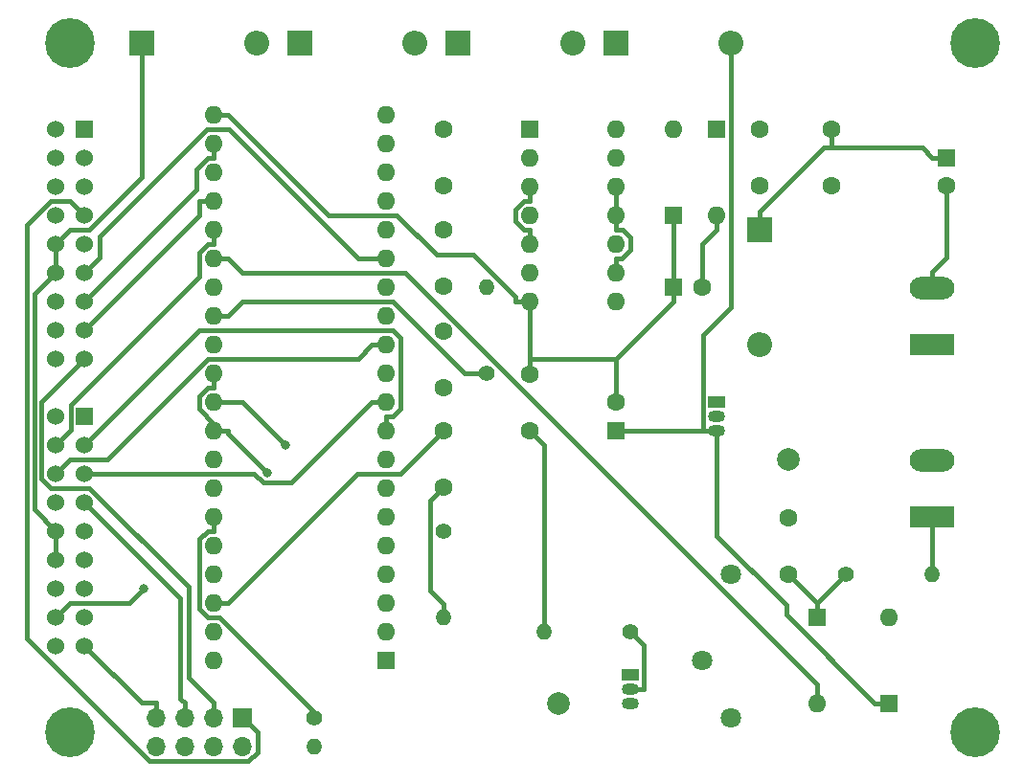
<source format=gbr>
%TF.GenerationSoftware,KiCad,Pcbnew,5.1.6-c6e7f7d~86~ubuntu18.04.1*%
%TF.CreationDate,2020-07-05T08:45:31+02:00*%
%TF.ProjectId,ICL7107,49434c37-3130-4372-9e6b-696361645f70,1.5*%
%TF.SameCoordinates,PX525bfc0PY7a53eb0*%
%TF.FileFunction,Copper,L2,Bot*%
%TF.FilePolarity,Positive*%
%FSLAX46Y46*%
G04 Gerber Fmt 4.6, Leading zero omitted, Abs format (unit mm)*
G04 Created by KiCad (PCBNEW 5.1.6-c6e7f7d~86~ubuntu18.04.1) date 2020-07-05 08:45:31*
%MOMM*%
%LPD*%
G01*
G04 APERTURE LIST*
%TA.AperFunction,ComponentPad*%
%ADD10O,1.600000X1.600000*%
%TD*%
%TA.AperFunction,ComponentPad*%
%ADD11R,1.600000X1.600000*%
%TD*%
%TA.AperFunction,ComponentPad*%
%ADD12C,1.524000*%
%TD*%
%TA.AperFunction,ComponentPad*%
%ADD13R,1.524000X1.524000*%
%TD*%
%TA.AperFunction,ComponentPad*%
%ADD14O,1.400000X1.400000*%
%TD*%
%TA.AperFunction,ComponentPad*%
%ADD15C,1.400000*%
%TD*%
%TA.AperFunction,ComponentPad*%
%ADD16C,1.600000*%
%TD*%
%TA.AperFunction,ComponentPad*%
%ADD17O,2.200000X2.200000*%
%TD*%
%TA.AperFunction,ComponentPad*%
%ADD18R,2.200000X2.200000*%
%TD*%
%TA.AperFunction,ComponentPad*%
%ADD19R,3.960000X1.980000*%
%TD*%
%TA.AperFunction,ComponentPad*%
%ADD20O,3.960000X1.980000*%
%TD*%
%TA.AperFunction,ComponentPad*%
%ADD21R,1.700000X1.700000*%
%TD*%
%TA.AperFunction,ComponentPad*%
%ADD22O,1.700000X1.700000*%
%TD*%
%TA.AperFunction,ComponentPad*%
%ADD23C,4.400000*%
%TD*%
%TA.AperFunction,ComponentPad*%
%ADD24C,1.800000*%
%TD*%
%TA.AperFunction,ComponentPad*%
%ADD25C,2.000000*%
%TD*%
%TA.AperFunction,ComponentPad*%
%ADD26O,1.500000X1.050000*%
%TD*%
%TA.AperFunction,ComponentPad*%
%ADD27R,1.500000X1.050000*%
%TD*%
%TA.AperFunction,ViaPad*%
%ADD28C,0.800000*%
%TD*%
%TA.AperFunction,Conductor*%
%ADD29C,0.400000*%
%TD*%
G04 APERTURE END LIST*
D10*
%TO.P,D2,2*%
%TO.N,/V-*%
X71120000Y6350000D03*
D11*
%TO.P,D2,1*%
%TO.N,Net-(C3-Pad1)*%
X71120000Y13970000D03*
%TD*%
D10*
%TO.P,D1,2*%
%TO.N,Net-(C3-Pad1)*%
X77470000Y13970000D03*
D11*
%TO.P,D1,1*%
%TO.N,/V+*%
X77470000Y6350000D03*
%TD*%
D12*
%TO.P,D3,36*%
%TO.N,Net-(D3-Pad36)*%
X3810000Y31750000D03*
%TO.P,D3,35*%
%TO.N,Net-(D3-Pad35)*%
X3810000Y29210000D03*
%TO.P,D3,34*%
%TO.N,Net-(D3-Pad34)*%
X3810000Y26670000D03*
%TO.P,D3,33*%
%TO.N,Net-(D3-Pad33)*%
X3810000Y24130000D03*
%TO.P,D3,32*%
%TO.N,Net-(D3-Pad13)*%
X3810000Y21590000D03*
%TO.P,D3,31*%
X3810000Y19050000D03*
%TO.P,D3,30*%
%TO.N,Net-(D3-Pad30)*%
X3810000Y16510000D03*
%TO.P,D3,29*%
%TO.N,Net-(D3-Pad29)*%
X3810000Y13970000D03*
%TO.P,D3,28*%
%TO.N,Net-(D3-Pad28)*%
X3810000Y11430000D03*
%TO.P,D3,27*%
%TO.N,/DP1*%
X6350000Y11430000D03*
%TO.P,D3,26*%
%TO.N,Net-(D3-Pad26)*%
X6350000Y13970000D03*
%TO.P,D3,25*%
%TO.N,Net-(D3-Pad25)*%
X6350000Y16510000D03*
%TO.P,D3,24*%
%TO.N,Net-(D3-Pad24)*%
X6350000Y19050000D03*
%TO.P,D3,23*%
%TO.N,Net-(D3-Pad23)*%
X6350000Y21590000D03*
%TO.P,D3,22*%
%TO.N,/DP2*%
X6350000Y24130000D03*
%TO.P,D3,21*%
%TO.N,Net-(D3-Pad21)*%
X6350000Y26670000D03*
%TO.P,D3,20*%
%TO.N,Net-(D3-Pad20)*%
X6350000Y29210000D03*
D13*
%TO.P,D3,19*%
%TO.N,Net-(D3-Pad19)*%
X6350000Y31750000D03*
D12*
%TO.P,D3,18*%
%TO.N,Net-(D3-Pad18)*%
X3810000Y57150000D03*
%TO.P,D3,17*%
%TO.N,Net-(D3-Pad17)*%
X3810000Y54610000D03*
%TO.P,D3,16*%
%TO.N,Net-(D3-Pad16)*%
X3810000Y52070000D03*
%TO.P,D3,15*%
%TO.N,Net-(D3-Pad15)*%
X3810000Y49530000D03*
%TO.P,D3,14*%
%TO.N,Net-(D3-Pad13)*%
X3810000Y46990000D03*
%TO.P,D3,13*%
X3810000Y44450000D03*
%TO.P,D3,12*%
%TO.N,Net-(D3-Pad12)*%
X3810000Y41910000D03*
%TO.P,D3,11*%
%TO.N,Net-(D3-Pad11)*%
X3810000Y39370000D03*
%TO.P,D3,10*%
%TO.N,Net-(D3-Pad10)*%
X3810000Y36830000D03*
%TO.P,D3,9*%
%TO.N,/DP3*%
X6350000Y36830000D03*
%TO.P,D3,8*%
%TO.N,Net-(D3-Pad8)*%
X6350000Y39370000D03*
%TO.P,D3,7*%
%TO.N,Net-(D3-Pad7)*%
X6350000Y41910000D03*
%TO.P,D3,6*%
%TO.N,Net-(D3-Pad6)*%
X6350000Y44450000D03*
%TO.P,D3,5*%
%TO.N,Net-(D3-Pad5)*%
X6350000Y46990000D03*
%TO.P,D3,4*%
%TO.N,/DP4*%
X6350000Y49530000D03*
%TO.P,D3,3*%
%TO.N,Net-(D3-Pad15)*%
X6350000Y52070000D03*
%TO.P,D3,2*%
%TO.N,Net-(D3-Pad2)*%
X6350000Y54610000D03*
D13*
%TO.P,D3,1*%
%TO.N,Net-(D3-Pad1)*%
X6350000Y57150000D03*
%TD*%
D14*
%TO.P,R5,2*%
%TO.N,Net-(J2-Pad2)*%
X26670000Y2540000D03*
D15*
%TO.P,R5,1*%
%TO.N,GND*%
X26670000Y5080000D03*
%TD*%
D16*
%TO.P,C1,1*%
%TO.N,/OSC3*%
X38100000Y30480000D03*
%TO.P,C1,2*%
%TO.N,Net-(C1-Pad2)*%
X38100000Y25480000D03*
%TD*%
%TO.P,C2,2*%
%TO.N,Net-(C2-Pad2)*%
X38100000Y43260000D03*
%TO.P,C2,1*%
%TO.N,Net-(C2-Pad1)*%
X38100000Y48260000D03*
%TD*%
%TO.P,C3,1*%
%TO.N,Net-(C3-Pad1)*%
X68580000Y17780000D03*
%TO.P,C3,2*%
%TO.N,GND*%
X68580000Y22780000D03*
%TD*%
%TO.P,C4,1*%
%TO.N,Net-(C4-Pad1)*%
X38100000Y57150000D03*
%TO.P,C4,2*%
%TO.N,Net-(C2-Pad2)*%
X38100000Y52150000D03*
%TD*%
%TO.P,C5,1*%
%TO.N,Net-(C5-Pad1)*%
X38100000Y34290000D03*
%TO.P,C5,2*%
%TO.N,Net-(C5-Pad2)*%
X38100000Y39290000D03*
%TD*%
D11*
%TO.P,C6,1*%
%TO.N,Net-(C6-Pad1)*%
X82550000Y54610000D03*
D16*
%TO.P,C6,2*%
%TO.N,GND*%
X82550000Y52110000D03*
%TD*%
%TO.P,C7,1*%
%TO.N,Net-(C6-Pad1)*%
X72390000Y57150000D03*
%TO.P,C7,2*%
%TO.N,GND*%
X72390000Y52150000D03*
%TD*%
D11*
%TO.P,C8,1*%
%TO.N,/V+*%
X53340000Y30480000D03*
D16*
%TO.P,C8,2*%
%TO.N,GND*%
X53340000Y32980000D03*
%TD*%
%TO.P,C9,2*%
%TO.N,GND*%
X45720000Y35480000D03*
%TO.P,C9,1*%
%TO.N,/V+*%
X45720000Y30480000D03*
%TD*%
%TO.P,C10,2*%
%TO.N,Net-(C10-Pad2)*%
X66040000Y52150000D03*
%TO.P,C10,1*%
%TO.N,Net-(C10-Pad1)*%
X66040000Y57150000D03*
%TD*%
%TO.P,C11,2*%
%TO.N,/negative voltage converter/V-*%
X60920000Y43180000D03*
D11*
%TO.P,C11,1*%
%TO.N,GND*%
X58420000Y43180000D03*
%TD*%
D17*
%TO.P,D4,2*%
%TO.N,Net-(D4-Pad2)*%
X66040000Y38100000D03*
D18*
%TO.P,D4,1*%
%TO.N,Net-(C6-Pad1)*%
X66040000Y48260000D03*
%TD*%
D17*
%TO.P,D5,2*%
%TO.N,Net-(D5-Pad2)*%
X21590000Y64770000D03*
D18*
%TO.P,D5,1*%
%TO.N,Net-(D3-Pad13)*%
X11430000Y64770000D03*
%TD*%
%TO.P,D6,1*%
%TO.N,Net-(D5-Pad2)*%
X25400000Y64770000D03*
D17*
%TO.P,D6,2*%
%TO.N,Net-(D6-Pad2)*%
X35560000Y64770000D03*
%TD*%
D18*
%TO.P,D7,1*%
%TO.N,Net-(D6-Pad2)*%
X39370000Y64770000D03*
D17*
%TO.P,D7,2*%
%TO.N,Net-(D7-Pad2)*%
X49530000Y64770000D03*
%TD*%
D18*
%TO.P,D8,1*%
%TO.N,Net-(D7-Pad2)*%
X53340000Y64770000D03*
D17*
%TO.P,D8,2*%
%TO.N,/V+*%
X63500000Y64770000D03*
%TD*%
D10*
%TO.P,D9,2*%
%TO.N,Net-(C10-Pad1)*%
X58420000Y57150000D03*
D11*
%TO.P,D9,1*%
%TO.N,GND*%
X58420000Y49530000D03*
%TD*%
%TO.P,D10,1*%
%TO.N,Net-(C10-Pad1)*%
X62230000Y57150000D03*
D10*
%TO.P,D10,2*%
%TO.N,/negative voltage converter/V-*%
X62230000Y49530000D03*
%TD*%
D19*
%TO.P,J1,1*%
%TO.N,Net-(D4-Pad2)*%
X81280000Y38100000D03*
D20*
%TO.P,J1,2*%
%TO.N,GND*%
X81280000Y43100000D03*
%TD*%
D21*
%TO.P,J2,1*%
%TO.N,/DP4*%
X20320000Y5080000D03*
D22*
%TO.P,J2,2*%
%TO.N,Net-(J2-Pad2)*%
X20320000Y2540000D03*
%TO.P,J2,3*%
%TO.N,/DP3*%
X17780000Y5080000D03*
%TO.P,J2,4*%
%TO.N,Net-(J2-Pad2)*%
X17780000Y2540000D03*
%TO.P,J2,5*%
%TO.N,/DP2*%
X15240000Y5080000D03*
%TO.P,J2,6*%
%TO.N,Net-(J2-Pad2)*%
X15240000Y2540000D03*
%TO.P,J2,7*%
%TO.N,/DP1*%
X12700000Y5080000D03*
%TO.P,J2,8*%
%TO.N,Net-(J2-Pad2)*%
X12700000Y2540000D03*
%TD*%
D20*
%TO.P,J3,2*%
%TO.N,GND*%
X81280000Y27860000D03*
D19*
%TO.P,J3,1*%
%TO.N,/IN+*%
X81280000Y22860000D03*
%TD*%
D23*
%TO.P,M1,1*%
%TO.N,Net-(M1-Pad1)*%
X5080000Y64770000D03*
%TD*%
%TO.P,M2,1*%
%TO.N,Net-(M2-Pad1)*%
X85090000Y64770000D03*
%TD*%
%TO.P,M3,1*%
%TO.N,Net-(M3-Pad1)*%
X85090000Y3810000D03*
%TD*%
%TO.P,M4,1*%
%TO.N,Net-(M4-Pad1)*%
X5080000Y3810000D03*
%TD*%
D15*
%TO.P,R2,1*%
%TO.N,Net-(R2-Pad1)*%
X54610000Y12700000D03*
D14*
%TO.P,R2,2*%
%TO.N,/V+*%
X46990000Y12700000D03*
%TD*%
D15*
%TO.P,R1,1*%
%TO.N,Net-(C3-Pad1)*%
X73660000Y17780000D03*
D14*
%TO.P,R1,2*%
%TO.N,/IN+*%
X81280000Y17780000D03*
%TD*%
D15*
%TO.P,R3,1*%
%TO.N,Net-(R3-Pad1)*%
X38100000Y21590000D03*
D14*
%TO.P,R3,2*%
%TO.N,Net-(C1-Pad2)*%
X38100000Y13970000D03*
%TD*%
%TO.P,R4,2*%
%TO.N,Net-(C2-Pad2)*%
X41910000Y43180000D03*
D15*
%TO.P,R4,1*%
%TO.N,Net-(R4-Pad1)*%
X41910000Y35560000D03*
%TD*%
D24*
%TO.P,RV1,1*%
%TO.N,Net-(R2-Pad1)*%
X63500000Y17780000D03*
%TO.P,RV1,2*%
%TO.N,GND*%
X60960000Y10160000D03*
%TO.P,RV1,3*%
%TO.N,Net-(RV1-Pad3)*%
X63500000Y5080000D03*
%TD*%
D25*
%TO.P,TP1,1*%
%TO.N,Net-(RV1-Pad3)*%
X48260000Y6350000D03*
%TD*%
%TO.P,TP2,1*%
%TO.N,GND*%
X68580000Y27940000D03*
%TD*%
D26*
%TO.P,U1,2*%
%TO.N,Net-(R2-Pad1)*%
X54610000Y7620000D03*
%TO.P,U1,3*%
%TO.N,Net-(RV1-Pad3)*%
X54610000Y6350000D03*
D27*
%TO.P,U1,1*%
%TO.N,N/C*%
X54610000Y8890000D03*
%TD*%
D11*
%TO.P,U2,1*%
%TO.N,/V+*%
X33020000Y10160000D03*
D10*
%TO.P,U2,21*%
%TO.N,GND*%
X17780000Y58420000D03*
%TO.P,U2,2*%
%TO.N,Net-(D3-Pad24)*%
X33020000Y12700000D03*
%TO.P,U2,22*%
%TO.N,Net-(D3-Pad7)*%
X17780000Y55880000D03*
%TO.P,U2,3*%
%TO.N,Net-(D3-Pad26)*%
X33020000Y15240000D03*
%TO.P,U2,23*%
%TO.N,Net-(D3-Pad11)*%
X17780000Y53340000D03*
%TO.P,U2,4*%
%TO.N,Net-(D3-Pad28)*%
X33020000Y17780000D03*
%TO.P,U2,24*%
%TO.N,Net-(D3-Pad8)*%
X17780000Y50800000D03*
%TO.P,U2,5*%
%TO.N,Net-(D3-Pad29)*%
X33020000Y20320000D03*
%TO.P,U2,25*%
%TO.N,Net-(D3-Pad35)*%
X17780000Y48260000D03*
%TO.P,U2,6*%
%TO.N,Net-(D3-Pad30)*%
X33020000Y22860000D03*
%TO.P,U2,26*%
%TO.N,/V-*%
X17780000Y45720000D03*
%TO.P,U2,7*%
%TO.N,Net-(D3-Pad25)*%
X33020000Y25400000D03*
%TO.P,U2,27*%
%TO.N,Net-(C4-Pad1)*%
X17780000Y43180000D03*
%TO.P,U2,8*%
%TO.N,Net-(D3-Pad23)*%
X33020000Y27940000D03*
%TO.P,U2,28*%
%TO.N,Net-(R4-Pad1)*%
X17780000Y40640000D03*
%TO.P,U2,9*%
%TO.N,Net-(D3-Pad20)*%
X33020000Y30480000D03*
%TO.P,U2,29*%
%TO.N,Net-(C2-Pad1)*%
X17780000Y38100000D03*
%TO.P,U2,10*%
%TO.N,Net-(D3-Pad21)*%
X33020000Y33020000D03*
%TO.P,U2,30*%
%TO.N,GND*%
X17780000Y35560000D03*
%TO.P,U2,11*%
%TO.N,Net-(D3-Pad33)*%
X33020000Y35560000D03*
%TO.P,U2,31*%
%TO.N,Net-(C3-Pad1)*%
X17780000Y33020000D03*
%TO.P,U2,12*%
%TO.N,Net-(D3-Pad34)*%
X33020000Y38100000D03*
%TO.P,U2,32*%
%TO.N,GND*%
X17780000Y30480000D03*
%TO.P,U2,13*%
%TO.N,Net-(D3-Pad36)*%
X33020000Y40640000D03*
%TO.P,U2,33*%
%TO.N,Net-(C5-Pad2)*%
X17780000Y27940000D03*
%TO.P,U2,14*%
%TO.N,Net-(D3-Pad19)*%
X33020000Y43180000D03*
%TO.P,U2,34*%
%TO.N,Net-(C5-Pad1)*%
X17780000Y25400000D03*
%TO.P,U2,15*%
%TO.N,Net-(D3-Pad6)*%
X33020000Y45720000D03*
%TO.P,U2,35*%
%TO.N,GND*%
X17780000Y22860000D03*
%TO.P,U2,16*%
%TO.N,Net-(D3-Pad10)*%
X33020000Y48260000D03*
%TO.P,U2,36*%
%TO.N,Net-(RV1-Pad3)*%
X17780000Y20320000D03*
%TO.P,U2,17*%
%TO.N,Net-(D3-Pad12)*%
X33020000Y50800000D03*
%TO.P,U2,37*%
%TO.N,Net-(U2-Pad37)*%
X17780000Y17780000D03*
%TO.P,U2,18*%
%TO.N,Net-(D3-Pad5)*%
X33020000Y53340000D03*
%TO.P,U2,38*%
%TO.N,/OSC3*%
X17780000Y15240000D03*
%TO.P,U2,19*%
%TO.N,Net-(D3-Pad15)*%
X33020000Y55880000D03*
%TO.P,U2,39*%
%TO.N,Net-(R3-Pad1)*%
X17780000Y12700000D03*
%TO.P,U2,20*%
%TO.N,Net-(D3-Pad17)*%
X33020000Y58420000D03*
%TO.P,U2,40*%
%TO.N,Net-(C1-Pad2)*%
X17780000Y10160000D03*
%TD*%
D27*
%TO.P,U3,1*%
%TO.N,Net-(C6-Pad1)*%
X62230000Y33020000D03*
D26*
%TO.P,U3,3*%
%TO.N,/V+*%
X62230000Y30480000D03*
%TO.P,U3,2*%
%TO.N,GND*%
X62230000Y31750000D03*
%TD*%
D11*
%TO.P,U4,1*%
%TO.N,Net-(U4-Pad1)*%
X45720000Y57150000D03*
D10*
%TO.P,U4,8*%
%TO.N,Net-(C10-Pad2)*%
X53340000Y41910000D03*
%TO.P,U4,2*%
X45720000Y54610000D03*
%TO.P,U4,9*%
%TO.N,Net-(U4-Pad1)*%
X53340000Y44450000D03*
%TO.P,U4,3*%
X45720000Y52070000D03*
%TO.P,U4,10*%
%TO.N,Net-(C10-Pad2)*%
X53340000Y46990000D03*
%TO.P,U4,4*%
X45720000Y49530000D03*
%TO.P,U4,11*%
%TO.N,Net-(U4-Pad1)*%
X53340000Y49530000D03*
%TO.P,U4,5*%
X45720000Y46990000D03*
%TO.P,U4,12*%
X53340000Y52070000D03*
%TO.P,U4,6*%
%TO.N,Net-(C10-Pad2)*%
X45720000Y44450000D03*
%TO.P,U4,13*%
%TO.N,/negative voltage converter/OSC3*%
X53340000Y54610000D03*
%TO.P,U4,7*%
%TO.N,GND*%
X45720000Y41910000D03*
%TO.P,U4,14*%
%TO.N,/negative voltage converter/V+*%
X53340000Y57150000D03*
%TD*%
D28*
%TO.N,Net-(C3-Pad1)*%
X24114400Y29210000D03*
%TO.N,GND*%
X22532900Y26700600D03*
%TO.N,Net-(D3-Pad29)*%
X11635700Y16510000D03*
%TD*%
D29*
%TO.N,/OSC3*%
X17780000Y15240000D02*
X19030300Y15240000D01*
X19030300Y15240000D02*
X30460300Y26670000D01*
X30460300Y26670000D02*
X34290000Y26670000D01*
X34290000Y26670000D02*
X38100000Y30480000D01*
%TO.N,Net-(C1-Pad2)*%
X38100000Y13970000D02*
X38100000Y15120300D01*
X38100000Y15120300D02*
X36901500Y16318800D01*
X36901500Y16318800D02*
X36901500Y24281500D01*
X36901500Y24281500D02*
X38100000Y25480000D01*
%TO.N,Net-(C3-Pad1)*%
X24114400Y29210000D02*
X20304400Y33020000D01*
X20304400Y33020000D02*
X19030300Y33020000D01*
X71120000Y15240000D02*
X71120000Y13970000D01*
X73660000Y17780000D02*
X71120000Y15240000D01*
X68580000Y17780000D02*
X71120000Y15240000D01*
X17780000Y33020000D02*
X19030300Y33020000D01*
%TO.N,Net-(C6-Pad1)*%
X72390000Y55484800D02*
X80424900Y55484800D01*
X80424900Y55484800D02*
X81299700Y54610000D01*
X66040000Y49810300D02*
X71714500Y55484800D01*
X71714500Y55484800D02*
X72390000Y55484800D01*
X72390000Y55484800D02*
X72390000Y57150000D01*
X82550000Y54610000D02*
X81299700Y54610000D01*
X66040000Y48260000D02*
X66040000Y49810300D01*
%TO.N,GND*%
X17780000Y30480000D02*
X19030300Y30480000D01*
X19030300Y30480000D02*
X19030300Y30203200D01*
X19030300Y30203200D02*
X22532900Y26700600D01*
X17780000Y30788000D02*
X17780000Y30480000D01*
X17780000Y30788000D02*
X17780000Y31095900D01*
X45720000Y36849700D02*
X45720000Y35480000D01*
X45720000Y41910000D02*
X45720000Y36849700D01*
X45720000Y36849700D02*
X53340000Y36849700D01*
X53340000Y36849700D02*
X53340000Y32980000D01*
X58420000Y41929700D02*
X53340000Y36849700D01*
X17780000Y35560000D02*
X17780000Y34309700D01*
X17780000Y31095900D02*
X16490400Y32385500D01*
X16490400Y32385500D02*
X16490400Y33538200D01*
X16490400Y33538200D02*
X17261900Y34309700D01*
X17261900Y34309700D02*
X17780000Y34309700D01*
X17780000Y22860000D02*
X17780000Y21609700D01*
X17780000Y21609700D02*
X17233000Y21609700D01*
X17233000Y21609700D02*
X16484600Y20861300D01*
X16484600Y20861300D02*
X16484600Y14751600D01*
X16484600Y14751600D02*
X17266200Y13970000D01*
X17266200Y13970000D02*
X18281400Y13970000D01*
X18281400Y13970000D02*
X26670000Y5581400D01*
X26670000Y5581400D02*
X26670000Y5080000D01*
X58420000Y43180000D02*
X58420000Y41929700D01*
X58420000Y49530000D02*
X58420000Y43180000D01*
X81280000Y43100000D02*
X81280000Y44540300D01*
X81280000Y44540300D02*
X82550000Y45810300D01*
X82550000Y45810300D02*
X82550000Y52110000D01*
X45720000Y41910000D02*
X44469700Y41910000D01*
X17780000Y58420000D02*
X19030300Y58420000D01*
X19030300Y58420000D02*
X27920300Y49530000D01*
X27920300Y49530000D02*
X33960100Y49530000D01*
X33960100Y49530000D02*
X37480400Y46009700D01*
X37480400Y46009700D02*
X40758600Y46009700D01*
X40758600Y46009700D02*
X44469700Y42298600D01*
X44469700Y42298600D02*
X44469700Y41910000D01*
%TO.N,/V+*%
X61029700Y30480000D02*
X53340000Y30480000D01*
X61192300Y30480000D02*
X61029700Y30480000D01*
X62230000Y30480000D02*
X61192300Y30480000D01*
X63500000Y64770000D02*
X63500000Y41371700D01*
X63500000Y41371700D02*
X61029700Y38901400D01*
X61029700Y38901400D02*
X61029700Y30480000D01*
X77470000Y6350000D02*
X76219700Y6350000D01*
X62230000Y30480000D02*
X62230000Y21190800D01*
X62230000Y21190800D02*
X68391100Y15029700D01*
X68391100Y15029700D02*
X68391100Y14178600D01*
X68391100Y14178600D02*
X76219700Y6350000D01*
X46990000Y12700000D02*
X46990000Y29210000D01*
X46990000Y29210000D02*
X45720000Y30480000D01*
%TO.N,/negative voltage converter/V-*%
X62230000Y49530000D02*
X62230000Y48279700D01*
X62230000Y48279700D02*
X60920000Y46969700D01*
X60920000Y46969700D02*
X60920000Y43180000D01*
%TO.N,/DP4*%
X20320000Y5080000D02*
X21630100Y3769900D01*
X21630100Y3769900D02*
X21630100Y2009600D01*
X21630100Y2009600D02*
X20859100Y1238600D01*
X20859100Y1238600D02*
X12118400Y1238600D01*
X12118400Y1238600D02*
X1251300Y12105700D01*
X1251300Y12105700D02*
X1251300Y48703000D01*
X1251300Y48703000D02*
X3348300Y50800000D01*
X3348300Y50800000D02*
X5080000Y50800000D01*
X5080000Y50800000D02*
X6350000Y49530000D01*
%TO.N,/DP3*%
X17780000Y5080000D02*
X17780000Y6380300D01*
X6350000Y36830000D02*
X2556700Y33036700D01*
X2556700Y33036700D02*
X2556700Y26209000D01*
X2556700Y26209000D02*
X3365700Y25400000D01*
X3365700Y25400000D02*
X6803900Y25400000D01*
X6803900Y25400000D02*
X15554100Y16649800D01*
X15554100Y16649800D02*
X15554100Y8606200D01*
X15554100Y8606200D02*
X17780000Y6380300D01*
%TO.N,/DP1*%
X12700000Y5080000D02*
X12700000Y6380300D01*
X12700000Y6380300D02*
X11399700Y6380300D01*
X11399700Y6380300D02*
X6350000Y11430000D01*
%TO.N,/DP2*%
X15240000Y6380300D02*
X14830000Y6790300D01*
X14830000Y6790300D02*
X14830000Y15650000D01*
X14830000Y15650000D02*
X6350000Y24130000D01*
X15240000Y5080000D02*
X15240000Y6380300D01*
%TO.N,/IN+*%
X81280000Y17780000D02*
X81280000Y22860000D01*
%TO.N,Net-(R4-Pad1)*%
X17780000Y40640000D02*
X19030300Y40640000D01*
X19030300Y40640000D02*
X20300300Y41910000D01*
X20300300Y41910000D02*
X33566500Y41910000D01*
X33566500Y41910000D02*
X39916500Y35560000D01*
X39916500Y35560000D02*
X41910000Y35560000D01*
%TO.N,/V-*%
X17780000Y45720000D02*
X19030300Y45720000D01*
X19030300Y45720000D02*
X20280600Y44469700D01*
X20280600Y44469700D02*
X34702600Y44469700D01*
X34702600Y44469700D02*
X71120000Y8052300D01*
X71120000Y8052300D02*
X71120000Y6350000D01*
%TO.N,Net-(U4-Pad1)*%
X45720000Y52070000D02*
X45720000Y50819700D01*
X45720000Y46990000D02*
X45720000Y48240300D01*
X45720000Y48240300D02*
X45173000Y48240300D01*
X45173000Y48240300D02*
X44430400Y48982900D01*
X44430400Y48982900D02*
X44430400Y50048200D01*
X44430400Y50048200D02*
X45201900Y50819700D01*
X45201900Y50819700D02*
X45720000Y50819700D01*
X53340000Y44450000D02*
X53340000Y45700300D01*
X53340000Y49530000D02*
X53340000Y48279700D01*
X53340000Y48279700D02*
X53887000Y48279700D01*
X53887000Y48279700D02*
X54629600Y47537100D01*
X54629600Y47537100D02*
X54629600Y46471800D01*
X54629600Y46471800D02*
X53858100Y45700300D01*
X53858100Y45700300D02*
X53340000Y45700300D01*
X53340000Y52070000D02*
X53340000Y49530000D01*
%TO.N,Net-(D3-Pad35)*%
X17780000Y48260000D02*
X17780000Y47009700D01*
X3810000Y29210000D02*
X5137600Y30537600D01*
X5137600Y30537600D02*
X5137600Y32706300D01*
X5137600Y32706300D02*
X16490400Y44059100D01*
X16490400Y44059100D02*
X16490400Y46238200D01*
X16490400Y46238200D02*
X17261900Y47009700D01*
X17261900Y47009700D02*
X17780000Y47009700D01*
%TO.N,Net-(D3-Pad34)*%
X33020000Y38100000D02*
X31769700Y38100000D01*
X31769700Y38100000D02*
X30519400Y36849700D01*
X30519400Y36849700D02*
X17263500Y36849700D01*
X17263500Y36849700D02*
X8353800Y27940000D01*
X8353800Y27940000D02*
X5080000Y27940000D01*
X5080000Y27940000D02*
X3810000Y26670000D01*
%TO.N,Net-(D3-Pad13)*%
X3810000Y44450000D02*
X1906300Y42546300D01*
X1906300Y42546300D02*
X1906300Y23493700D01*
X1906300Y23493700D02*
X3810000Y21590000D01*
X3810000Y46990000D02*
X3810000Y44450000D01*
X3810000Y19050000D02*
X3810000Y21590000D01*
X11430000Y64770000D02*
X11430000Y52887900D01*
X11430000Y52887900D02*
X6802100Y48260000D01*
X6802100Y48260000D02*
X5080000Y48260000D01*
X5080000Y48260000D02*
X3810000Y46990000D01*
%TO.N,Net-(D3-Pad29)*%
X3810000Y13970000D02*
X5080000Y15240000D01*
X5080000Y15240000D02*
X10365700Y15240000D01*
X10365700Y15240000D02*
X11635700Y16510000D01*
%TO.N,Net-(D3-Pad21)*%
X6350000Y26670000D02*
X21361100Y26670000D01*
X21361100Y26670000D02*
X22180800Y25850300D01*
X22180800Y25850300D02*
X24600000Y25850300D01*
X24600000Y25850300D02*
X31769700Y33020000D01*
X33020000Y33020000D02*
X31769700Y33020000D01*
%TO.N,Net-(D3-Pad20)*%
X33020000Y30480000D02*
X33020000Y31730300D01*
X33020000Y31730300D02*
X33567000Y31730300D01*
X33567000Y31730300D02*
X34283800Y32447100D01*
X34283800Y32447100D02*
X34283800Y38695600D01*
X34283800Y38695600D02*
X33609400Y39370000D01*
X33609400Y39370000D02*
X16510000Y39370000D01*
X16510000Y39370000D02*
X6350000Y29210000D01*
%TO.N,Net-(D3-Pad8)*%
X17780000Y50800000D02*
X16529700Y50800000D01*
X16529700Y50800000D02*
X16529700Y49549700D01*
X16529700Y49549700D02*
X6350000Y39370000D01*
%TO.N,Net-(D3-Pad7)*%
X17780000Y54629700D02*
X17261900Y54629700D01*
X17261900Y54629700D02*
X16221100Y53588900D01*
X16221100Y53588900D02*
X16221100Y51781100D01*
X16221100Y51781100D02*
X6350000Y41910000D01*
X17780000Y55880000D02*
X17780000Y54629700D01*
%TO.N,Net-(D3-Pad6)*%
X33020000Y45720000D02*
X30584700Y45720000D01*
X30584700Y45720000D02*
X19154700Y57150000D01*
X19154700Y57150000D02*
X17216700Y57150000D01*
X17216700Y57150000D02*
X7677600Y47610900D01*
X7677600Y47610900D02*
X7677600Y45777600D01*
X7677600Y45777600D02*
X6350000Y44450000D01*
%TO.N,Net-(R2-Pad1)*%
X54610000Y7620000D02*
X55810300Y7620000D01*
X55810300Y7620000D02*
X55810300Y11499700D01*
X55810300Y11499700D02*
X54610000Y12700000D01*
%TD*%
M02*

</source>
